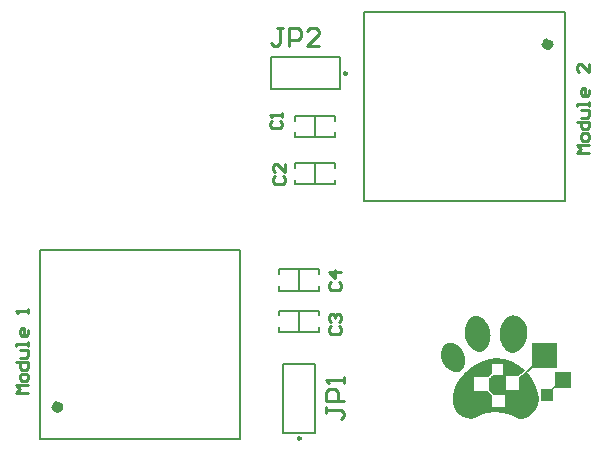
<source format=gto>
G04*
G04 #@! TF.GenerationSoftware,Altium Limited,Altium Designer,24.10.1 (45)*
G04*
G04 Layer_Color=65535*
%FSLAX44Y44*%
%MOMM*%
G71*
G04*
G04 #@! TF.SameCoordinates,18B26EA7-4F74-4CB2-AD54-755A6D8BF582*
G04*
G04*
G04 #@! TF.FilePolarity,Positive*
G04*
G01*
G75*
%ADD10C,0.2500*%
%ADD11C,0.8128*%
%ADD12C,0.2000*%
%ADD13C,0.1500*%
%ADD14C,0.2540*%
G36*
X674941Y329633D02*
X675674D01*
Y329511D01*
X676163D01*
Y329389D01*
X676529D01*
Y329267D01*
X676896D01*
Y329145D01*
X677263D01*
Y329022D01*
X677507D01*
Y328900D01*
X677751D01*
Y328778D01*
X677996D01*
Y328656D01*
X678240D01*
Y328534D01*
X678485D01*
Y328411D01*
X678607D01*
Y328289D01*
X678851D01*
Y328167D01*
X679096D01*
Y328045D01*
X679218D01*
Y327923D01*
X679340D01*
Y327800D01*
X679585D01*
Y327678D01*
X679707D01*
Y327556D01*
X679829D01*
Y327434D01*
X680073D01*
Y327312D01*
X680195D01*
Y327189D01*
X680318D01*
Y327067D01*
X680440D01*
Y326945D01*
X680562D01*
Y326823D01*
X680807D01*
Y326700D01*
X680929D01*
Y326578D01*
X681051D01*
Y326456D01*
X681173D01*
Y326334D01*
X681295D01*
Y326212D01*
X681418D01*
Y326089D01*
X681540D01*
Y325967D01*
X681662D01*
Y325845D01*
X681784D01*
Y325723D01*
X681906D01*
Y325601D01*
X682029D01*
Y325356D01*
X682151D01*
Y325234D01*
X682273D01*
Y325112D01*
X682395D01*
Y324990D01*
X682517D01*
Y324867D01*
X682640D01*
Y324745D01*
X682762D01*
Y324501D01*
X682884D01*
Y324379D01*
X683006D01*
Y324256D01*
X683129D01*
Y324012D01*
X683251D01*
Y323890D01*
X683373D01*
Y323767D01*
X683495D01*
Y323523D01*
X683617D01*
Y323401D01*
X683739D01*
Y323156D01*
X683862D01*
Y323034D01*
X683984D01*
Y322790D01*
X684106D01*
Y322668D01*
X684228D01*
Y322423D01*
X684351D01*
Y322179D01*
X684473D01*
Y321934D01*
X684595D01*
Y321812D01*
X684717D01*
Y321568D01*
X684839D01*
Y321323D01*
X684962D01*
Y321079D01*
X685084D01*
Y320835D01*
X685206D01*
Y320590D01*
X685328D01*
Y320224D01*
X685450D01*
Y319979D01*
X685573D01*
Y319735D01*
X685695D01*
Y319368D01*
X685817D01*
Y319001D01*
X685939D01*
Y318635D01*
X686061D01*
Y318268D01*
X686184D01*
Y317901D01*
X686306D01*
Y317413D01*
X686428D01*
Y316924D01*
X686550D01*
Y316191D01*
X686673D01*
Y315457D01*
X686795D01*
Y313624D01*
X686917D01*
Y312769D01*
X686795D01*
Y310936D01*
X686673D01*
Y310080D01*
X686550D01*
Y309347D01*
X686428D01*
Y308858D01*
X686306D01*
Y308247D01*
X686184D01*
Y307881D01*
X686061D01*
Y307392D01*
X685939D01*
Y307025D01*
X685817D01*
Y306658D01*
X685695D01*
Y306292D01*
X685573D01*
Y305925D01*
X685450D01*
Y305681D01*
X685328D01*
Y305436D01*
X685206D01*
Y305070D01*
X685084D01*
Y304825D01*
X684962D01*
Y304581D01*
X684839D01*
Y304337D01*
X684717D01*
Y304092D01*
X684595D01*
Y303848D01*
X684473D01*
Y303726D01*
X684351D01*
Y303481D01*
X684228D01*
Y303237D01*
X684106D01*
Y303114D01*
X683984D01*
Y302870D01*
X683862D01*
Y302748D01*
X683739D01*
Y302626D01*
X683617D01*
Y302381D01*
X683495D01*
Y302259D01*
X683373D01*
Y302137D01*
X683251D01*
Y302015D01*
X683129D01*
Y301770D01*
X683006D01*
Y301648D01*
X682884D01*
Y301526D01*
X682762D01*
Y301404D01*
X682640D01*
Y301281D01*
X682517D01*
Y301159D01*
X682395D01*
Y301037D01*
X682273D01*
Y300915D01*
X682151D01*
Y300793D01*
X681906D01*
Y300670D01*
X681784D01*
Y300548D01*
X681662D01*
Y300426D01*
X681418D01*
Y300304D01*
X681295D01*
Y300182D01*
X681051D01*
Y300059D01*
X680929D01*
Y299937D01*
X680684D01*
Y299815D01*
X680440D01*
Y299693D01*
X680195D01*
Y299571D01*
X679829D01*
Y299448D01*
X679462D01*
Y299326D01*
X679096D01*
Y299204D01*
X678362D01*
Y299082D01*
X676774D01*
Y299204D01*
X676040D01*
Y299326D01*
X675552D01*
Y299448D01*
X675185D01*
Y299571D01*
X674818D01*
Y299693D01*
X674574D01*
Y299815D01*
X674330D01*
Y299937D01*
X673963D01*
Y300059D01*
X673719D01*
Y300182D01*
X673596D01*
Y300304D01*
X673352D01*
Y300426D01*
X673108D01*
Y300548D01*
X672863D01*
Y300670D01*
X672741D01*
Y300793D01*
X672496D01*
Y300915D01*
X672374D01*
Y301037D01*
X672252D01*
Y301159D01*
X672008D01*
Y301281D01*
X671886D01*
Y301404D01*
X671763D01*
Y301526D01*
X671519D01*
Y301648D01*
X671397D01*
Y301770D01*
X671274D01*
Y301893D01*
X671152D01*
Y302015D01*
X671030D01*
Y302137D01*
X670908D01*
Y302259D01*
X670663D01*
Y302381D01*
X670541D01*
Y302504D01*
X670419D01*
Y302626D01*
X670297D01*
Y302748D01*
X670175D01*
Y302870D01*
X670052D01*
Y302992D01*
X669930D01*
Y303114D01*
X669808D01*
Y303359D01*
X669686D01*
Y303481D01*
X669564D01*
Y303603D01*
X669441D01*
Y303726D01*
X669319D01*
Y303848D01*
X669197D01*
Y303970D01*
X669075D01*
Y304214D01*
X668952D01*
Y304337D01*
X668830D01*
Y304459D01*
X668708D01*
Y304581D01*
X668586D01*
Y304825D01*
X668464D01*
Y304948D01*
X668342D01*
Y305070D01*
X668219D01*
Y305314D01*
X668097D01*
Y305436D01*
X667975D01*
Y305681D01*
X667853D01*
Y305803D01*
X667730D01*
Y306047D01*
X667608D01*
Y306170D01*
X667486D01*
Y306414D01*
X667364D01*
Y306658D01*
X667242D01*
Y306903D01*
X667119D01*
Y307025D01*
X666997D01*
Y307269D01*
X666875D01*
Y307514D01*
X666753D01*
Y307758D01*
X666631D01*
Y308003D01*
X666508D01*
Y308247D01*
X666386D01*
Y308614D01*
X666264D01*
Y308858D01*
X666142D01*
Y309225D01*
X666020D01*
Y309592D01*
X665897D01*
Y309958D01*
X665775D01*
Y310325D01*
X665653D01*
Y310814D01*
X665531D01*
Y311302D01*
X665408D01*
Y311913D01*
X665286D01*
Y312647D01*
X665164D01*
Y313624D01*
X665042D01*
Y316802D01*
X665164D01*
Y317901D01*
X665286D01*
Y318757D01*
X665408D01*
Y319368D01*
X665531D01*
Y319857D01*
X665653D01*
Y320346D01*
X665775D01*
Y320835D01*
X665897D01*
Y321201D01*
X666020D01*
Y321690D01*
X666142D01*
Y321934D01*
X666264D01*
Y322301D01*
X666386D01*
Y322668D01*
X666508D01*
Y322912D01*
X666631D01*
Y323279D01*
X666753D01*
Y323523D01*
X666875D01*
Y323767D01*
X666997D01*
Y324012D01*
X667119D01*
Y324256D01*
X667242D01*
Y324501D01*
X667364D01*
Y324745D01*
X667486D01*
Y324990D01*
X667608D01*
Y325112D01*
X667730D01*
Y325356D01*
X667853D01*
Y325478D01*
X667975D01*
Y325723D01*
X668097D01*
Y325845D01*
X668219D01*
Y326089D01*
X668342D01*
Y326212D01*
X668464D01*
Y326456D01*
X668586D01*
Y326578D01*
X668708D01*
Y326700D01*
X668830D01*
Y326823D01*
X668952D01*
Y326945D01*
X669075D01*
Y327067D01*
X669197D01*
Y327312D01*
X669319D01*
Y327434D01*
X669441D01*
Y327556D01*
X669564D01*
Y327678D01*
X669686D01*
Y327800D01*
X669930D01*
Y327923D01*
X670052D01*
Y328045D01*
X670175D01*
Y328167D01*
X670297D01*
Y328289D01*
X670419D01*
Y328411D01*
X670663D01*
Y328534D01*
X670786D01*
Y328656D01*
X671030D01*
Y328778D01*
X671152D01*
Y328900D01*
X671397D01*
Y329022D01*
X671641D01*
Y329145D01*
X671886D01*
Y329267D01*
X672252D01*
Y329389D01*
X672619D01*
Y329511D01*
X672985D01*
Y329633D01*
X673719D01*
Y329756D01*
X674941D01*
Y329633D01*
D02*
G37*
G36*
X707081Y329878D02*
X707814D01*
Y329756D01*
X708303D01*
Y329633D01*
X708792D01*
Y329511D01*
X709158D01*
Y329389D01*
X709403D01*
Y329267D01*
X709770D01*
Y329145D01*
X710014D01*
Y329022D01*
X710258D01*
Y328900D01*
X710503D01*
Y328778D01*
X710747D01*
Y328656D01*
X710992D01*
Y328534D01*
X711114D01*
Y328411D01*
X711358D01*
Y328289D01*
X711603D01*
Y328167D01*
X711725D01*
Y328045D01*
X711847D01*
Y327923D01*
X712092D01*
Y327800D01*
X712214D01*
Y327678D01*
X712336D01*
Y327556D01*
X712580D01*
Y327434D01*
X712702D01*
Y327312D01*
X712825D01*
Y327189D01*
X712947D01*
Y327067D01*
X713069D01*
Y326945D01*
X713191D01*
Y326823D01*
X713314D01*
Y326700D01*
X713558D01*
Y326578D01*
X713680D01*
Y326456D01*
X713802D01*
Y326334D01*
X713925D01*
Y326089D01*
X714047D01*
Y325967D01*
X714169D01*
Y325845D01*
X714291D01*
Y325723D01*
X714413D01*
Y325601D01*
X714536D01*
Y325478D01*
X714658D01*
Y325356D01*
X714780D01*
Y325112D01*
X714902D01*
Y324990D01*
X715024D01*
Y324867D01*
X715147D01*
Y324745D01*
X715269D01*
Y324501D01*
X715391D01*
Y324379D01*
X715513D01*
Y324134D01*
X715636D01*
Y324012D01*
X715758D01*
Y323767D01*
X715880D01*
Y323645D01*
X716002D01*
Y323401D01*
X716124D01*
Y323279D01*
X716246D01*
Y323034D01*
X716369D01*
Y322790D01*
X716491D01*
Y322545D01*
X716613D01*
Y322301D01*
X716735D01*
Y322057D01*
X716858D01*
Y321812D01*
X716980D01*
Y321446D01*
X717102D01*
Y321201D01*
X717224D01*
Y320835D01*
X717346D01*
Y320468D01*
X717469D01*
Y320101D01*
X717591D01*
Y319612D01*
X717713D01*
Y319001D01*
X717835D01*
Y318146D01*
X717957D01*
Y314235D01*
X717835D01*
Y313013D01*
X717713D01*
Y311913D01*
X717591D01*
Y311180D01*
X717469D01*
Y310447D01*
X717346D01*
Y309958D01*
X717224D01*
Y309469D01*
X717102D01*
Y308981D01*
X716980D01*
Y308614D01*
X716858D01*
Y308247D01*
X716735D01*
Y307881D01*
X716613D01*
Y307514D01*
X716491D01*
Y307269D01*
X716369D01*
Y306903D01*
X716246D01*
Y306658D01*
X716124D01*
Y306414D01*
X716002D01*
Y306170D01*
X715880D01*
Y305925D01*
X715758D01*
Y305681D01*
X715636D01*
Y305436D01*
X715513D01*
Y305192D01*
X715391D01*
Y305070D01*
X715269D01*
Y304825D01*
X715147D01*
Y304703D01*
X715024D01*
Y304459D01*
X714902D01*
Y304337D01*
X714780D01*
Y304092D01*
X714658D01*
Y303970D01*
X714536D01*
Y303848D01*
X714413D01*
Y303603D01*
X714291D01*
Y303481D01*
X714169D01*
Y303359D01*
X714047D01*
Y303237D01*
X713925D01*
Y303114D01*
X713802D01*
Y302870D01*
X713680D01*
Y302748D01*
X713558D01*
Y302626D01*
X713436D01*
Y302504D01*
X713314D01*
Y302381D01*
X713191D01*
Y302259D01*
X713069D01*
Y302137D01*
X712947D01*
Y302015D01*
X712825D01*
Y301893D01*
X712580D01*
Y301770D01*
X712458D01*
Y301648D01*
X712336D01*
Y301526D01*
X712214D01*
Y301404D01*
X712092D01*
Y301281D01*
X711969D01*
Y301159D01*
X711847D01*
Y301037D01*
X711603D01*
Y300915D01*
X711480D01*
Y300793D01*
X711358D01*
Y300670D01*
X711236D01*
Y300548D01*
X710992D01*
Y300426D01*
X710869D01*
Y300304D01*
X710747D01*
Y300182D01*
X710503D01*
Y300059D01*
X710381D01*
Y299937D01*
X710136D01*
Y299815D01*
X709892D01*
Y299693D01*
X709770D01*
Y299571D01*
X709525D01*
Y299448D01*
X709281D01*
Y299326D01*
X709036D01*
Y299204D01*
X708792D01*
Y299082D01*
X708548D01*
Y298960D01*
X708181D01*
Y298837D01*
X707936D01*
Y298715D01*
X707570D01*
Y298593D01*
X707081D01*
Y298471D01*
X706470D01*
Y298349D01*
X704148D01*
Y298471D01*
X703659D01*
Y298593D01*
X703293D01*
Y298715D01*
X702926D01*
Y298837D01*
X702559D01*
Y298960D01*
X702315D01*
Y299082D01*
X702070D01*
Y299204D01*
X701826D01*
Y299326D01*
X701582D01*
Y299448D01*
X701460D01*
Y299571D01*
X701215D01*
Y299693D01*
X701093D01*
Y299815D01*
X700848D01*
Y299937D01*
X700726D01*
Y300059D01*
X700604D01*
Y300182D01*
X700482D01*
Y300304D01*
X700237D01*
Y300426D01*
X700115D01*
Y300548D01*
X699993D01*
Y300670D01*
X699871D01*
Y300793D01*
X699749D01*
Y300915D01*
X699626D01*
Y301037D01*
X699504D01*
Y301159D01*
X699382D01*
Y301281D01*
X699260D01*
Y301404D01*
X699138D01*
Y301526D01*
X699015D01*
Y301648D01*
X698893D01*
Y301770D01*
X698771D01*
Y302015D01*
X698649D01*
Y302137D01*
X698527D01*
Y302259D01*
X698404D01*
Y302381D01*
X698282D01*
Y302626D01*
X698160D01*
Y302748D01*
X698038D01*
Y302870D01*
X697915D01*
Y303114D01*
X697793D01*
Y303237D01*
X697671D01*
Y303481D01*
X697549D01*
Y303726D01*
X697427D01*
Y303848D01*
X697305D01*
Y304092D01*
X697182D01*
Y304337D01*
X697060D01*
Y304459D01*
X696938D01*
Y304703D01*
X696816D01*
Y304948D01*
X696693D01*
Y305192D01*
X696571D01*
Y305436D01*
X696449D01*
Y305681D01*
X696327D01*
Y305925D01*
X696205D01*
Y306292D01*
X696082D01*
Y306536D01*
X695960D01*
Y306903D01*
X695838D01*
Y307147D01*
X695716D01*
Y307514D01*
X695594D01*
Y307881D01*
X695471D01*
Y308247D01*
X695349D01*
Y308736D01*
X695227D01*
Y309103D01*
X695105D01*
Y309592D01*
X694983D01*
Y310203D01*
X694860D01*
Y310814D01*
X694738D01*
Y311547D01*
X694616D01*
Y312647D01*
X694494D01*
Y315580D01*
X694616D01*
Y316679D01*
X694738D01*
Y317413D01*
X694860D01*
Y317901D01*
X694983D01*
Y318513D01*
X695105D01*
Y318879D01*
X695227D01*
Y319368D01*
X695349D01*
Y319735D01*
X695471D01*
Y320101D01*
X695594D01*
Y320224D01*
Y320468D01*
X695716D01*
Y320835D01*
X695838D01*
Y321079D01*
X695960D01*
Y321446D01*
X696082D01*
Y321690D01*
X696205D01*
Y321934D01*
X696327D01*
Y322179D01*
X696449D01*
Y322423D01*
X696571D01*
Y322790D01*
X696693D01*
Y322912D01*
X696816D01*
Y323156D01*
X696938D01*
Y323401D01*
X697060D01*
Y323645D01*
X697182D01*
Y323890D01*
X697305D01*
Y324012D01*
X697427D01*
Y324256D01*
X697549D01*
Y324501D01*
X697671D01*
Y324623D01*
X697793D01*
Y324867D01*
X697915D01*
Y324990D01*
X698038D01*
Y325112D01*
X698160D01*
Y325356D01*
X698282D01*
Y325478D01*
X698404D01*
Y325601D01*
X698527D01*
Y325845D01*
X698649D01*
Y325967D01*
X698771D01*
Y326089D01*
X698893D01*
Y326212D01*
X699015D01*
Y326456D01*
X699138D01*
Y326578D01*
X699260D01*
Y326700D01*
X699382D01*
Y326823D01*
X699504D01*
Y326945D01*
X699626D01*
Y327067D01*
X699749D01*
Y327189D01*
X699871D01*
Y327312D01*
X699993D01*
Y327434D01*
X700115D01*
Y327556D01*
X700237D01*
Y327678D01*
X700482D01*
Y327800D01*
X700604D01*
Y327923D01*
X700726D01*
Y328045D01*
X700848D01*
Y328167D01*
X701093D01*
Y328289D01*
X701215D01*
Y328411D01*
X701460D01*
Y328534D01*
X701582D01*
Y328656D01*
X701826D01*
Y328778D01*
X701948D01*
Y328900D01*
X702193D01*
Y329022D01*
X702437D01*
Y329145D01*
X702682D01*
Y329267D01*
X702926D01*
Y329389D01*
X703293D01*
Y329511D01*
X703659D01*
Y329633D01*
X704026D01*
Y329756D01*
X704515D01*
Y329878D01*
X705370D01*
Y330000D01*
X707081D01*
Y329878D01*
D02*
G37*
G36*
X652821Y306903D02*
X654043D01*
Y306781D01*
X654654D01*
Y306658D01*
X655143D01*
Y306536D01*
X655510D01*
Y306414D01*
X655876D01*
Y306292D01*
X656121D01*
Y306170D01*
X656487D01*
Y306047D01*
X656732D01*
Y305925D01*
X656976D01*
Y305803D01*
X657221D01*
Y305681D01*
X657343D01*
Y305559D01*
X657587D01*
Y305436D01*
X657832D01*
Y305314D01*
X658076D01*
Y305192D01*
X658198D01*
Y305070D01*
X658443D01*
Y304948D01*
X658565D01*
Y304825D01*
X658687D01*
Y304703D01*
X658932D01*
Y304581D01*
X659054D01*
Y304459D01*
X659176D01*
Y304337D01*
X659420D01*
Y304214D01*
X659543D01*
Y304092D01*
X659665D01*
Y303970D01*
X659787D01*
Y303848D01*
X660031D01*
Y303726D01*
X660154D01*
Y303603D01*
X660276D01*
Y303481D01*
X660398D01*
Y303359D01*
X660520D01*
Y303237D01*
X660642D01*
Y303114D01*
X660765D01*
Y302992D01*
X660887D01*
Y302870D01*
X661009D01*
Y302748D01*
X661131D01*
Y302626D01*
X661254D01*
Y302504D01*
X661376D01*
Y302381D01*
X661498D01*
Y302259D01*
X661620D01*
Y302015D01*
X661742D01*
Y301893D01*
X661864D01*
Y301770D01*
X661987D01*
Y301648D01*
X662109D01*
Y301404D01*
X662231D01*
Y301281D01*
X662353D01*
Y301159D01*
X662476D01*
Y300915D01*
X662598D01*
Y300793D01*
X662720D01*
Y300670D01*
X662842D01*
Y300426D01*
X662964D01*
Y300182D01*
X663087D01*
Y300059D01*
X663209D01*
Y299815D01*
X663331D01*
Y299571D01*
X663453D01*
Y299326D01*
X663575D01*
Y299082D01*
X663698D01*
Y298837D01*
X663820D01*
Y298593D01*
X663942D01*
Y298349D01*
X664064D01*
Y297982D01*
X664186D01*
Y297615D01*
X664309D01*
Y297371D01*
X664431D01*
Y297004D01*
X664553D01*
Y296515D01*
X664675D01*
Y296149D01*
X664798D01*
Y295538D01*
X664920D01*
Y294927D01*
X665042D01*
Y294193D01*
X665164D01*
Y293094D01*
X665286D01*
Y290649D01*
X665164D01*
Y289550D01*
X665042D01*
Y288816D01*
X664920D01*
Y288328D01*
X664798D01*
Y287839D01*
X664675D01*
Y287350D01*
X664553D01*
Y286983D01*
X664431D01*
Y286739D01*
X664309D01*
Y286372D01*
X664186D01*
Y286128D01*
X664064D01*
Y285883D01*
X663942D01*
Y285639D01*
X663820D01*
Y285395D01*
X663698D01*
Y285150D01*
X663575D01*
Y285028D01*
X663453D01*
Y284783D01*
X663331D01*
Y284661D01*
X663209D01*
Y284417D01*
X663087D01*
Y284295D01*
X662964D01*
Y284172D01*
X662842D01*
Y284050D01*
X662720D01*
Y283928D01*
X662598D01*
Y283806D01*
X662476D01*
Y283684D01*
X662353D01*
Y283561D01*
X662231D01*
Y283439D01*
X662109D01*
Y283317D01*
X661987D01*
Y283195D01*
X661864D01*
Y283073D01*
X661620D01*
Y282950D01*
X661498D01*
Y282828D01*
X661254D01*
Y282706D01*
X661009D01*
Y282584D01*
X660765D01*
Y282462D01*
X660398D01*
Y282339D01*
X660154D01*
Y282217D01*
X659665D01*
Y282095D01*
X658932D01*
Y281973D01*
X657221D01*
Y282095D01*
X656487D01*
Y282217D01*
X655876D01*
Y282339D01*
X655510D01*
Y282462D01*
X655021D01*
Y282584D01*
X654654D01*
Y282706D01*
X654410D01*
Y282828D01*
X654043D01*
Y282950D01*
X653799D01*
Y283073D01*
X653555D01*
Y283195D01*
X653310D01*
Y283317D01*
X653066D01*
Y283439D01*
X652821D01*
Y283561D01*
X652577D01*
Y283684D01*
X652455D01*
Y283806D01*
X652210D01*
Y283928D01*
X651966D01*
Y284050D01*
X651844D01*
Y284172D01*
X651599D01*
Y284295D01*
X651477D01*
Y284417D01*
X651233D01*
Y284539D01*
X651110D01*
Y284661D01*
X650988D01*
Y284783D01*
X650744D01*
Y284906D01*
X650621D01*
Y285028D01*
X650499D01*
Y285150D01*
X650377D01*
Y285272D01*
X650133D01*
Y285395D01*
X650011D01*
Y285517D01*
X649888D01*
Y285639D01*
X649766D01*
Y285761D01*
X649644D01*
Y285883D01*
X649522D01*
Y286006D01*
X649399D01*
Y286128D01*
X649277D01*
Y286250D01*
X649155D01*
Y286372D01*
X649033D01*
Y286494D01*
X648911D01*
Y286617D01*
X648788D01*
Y286739D01*
X648666D01*
Y286861D01*
X648544D01*
Y286983D01*
X648422D01*
Y287105D01*
X648300D01*
Y287350D01*
X648177D01*
Y287472D01*
X648055D01*
Y287594D01*
X647933D01*
Y287717D01*
X647811D01*
Y287961D01*
X647689D01*
Y288083D01*
X647566D01*
Y288205D01*
X647444D01*
Y288450D01*
X647322D01*
Y288572D01*
X647200D01*
Y288816D01*
X647077D01*
Y288939D01*
X646955D01*
Y289183D01*
X646833D01*
Y289427D01*
X646711D01*
Y289550D01*
X646589D01*
Y289794D01*
X646467D01*
Y290038D01*
X646344D01*
Y290283D01*
X646222D01*
Y290527D01*
X646100D01*
Y290894D01*
X645978D01*
Y291138D01*
X645855D01*
Y291505D01*
X645733D01*
Y291871D01*
X645611D01*
Y292238D01*
X645489D01*
Y292727D01*
X645367D01*
Y293216D01*
X645244D01*
Y293827D01*
X645122D01*
Y294682D01*
X645000D01*
Y297982D01*
X645122D01*
Y298960D01*
X645244D01*
Y299571D01*
X645367D01*
Y300059D01*
X645489D01*
Y300548D01*
X645611D01*
Y300915D01*
X645733D01*
Y301281D01*
X645855D01*
Y301648D01*
X645978D01*
Y301893D01*
X646100D01*
Y302259D01*
X646222D01*
Y302504D01*
X646344D01*
Y302748D01*
X646467D01*
Y302992D01*
X646589D01*
Y303114D01*
X646711D01*
Y303359D01*
X646833D01*
Y303603D01*
X646955D01*
Y303726D01*
X647077D01*
Y303970D01*
X647200D01*
Y304092D01*
X647322D01*
Y304214D01*
X647444D01*
Y304459D01*
X647566D01*
Y304581D01*
X647689D01*
Y304703D01*
X647811D01*
Y304825D01*
X647933D01*
Y304948D01*
X648055D01*
Y305070D01*
X648177D01*
Y305192D01*
X648300D01*
Y305314D01*
X648422D01*
Y305436D01*
X648544D01*
Y305559D01*
X648788D01*
Y305681D01*
X648911D01*
Y305803D01*
X649155D01*
Y305925D01*
X649277D01*
Y306047D01*
X649522D01*
Y306170D01*
X649766D01*
Y306292D01*
X650011D01*
Y306414D01*
X650255D01*
Y306536D01*
X650621D01*
Y306658D01*
X650988D01*
Y306781D01*
X651477D01*
Y306903D01*
X652699D01*
Y307025D01*
X652821D01*
Y306903D01*
D02*
G37*
G36*
X743254Y285272D02*
X721990D01*
Y285150D01*
X721868D01*
Y285028D01*
X721746D01*
Y284906D01*
X721624D01*
Y284783D01*
X721379D01*
Y284661D01*
X721257D01*
Y284539D01*
X721135D01*
Y284417D01*
X721013D01*
Y284295D01*
X720890D01*
Y284172D01*
X720768D01*
Y284050D01*
X720646D01*
Y283928D01*
X720524D01*
Y283806D01*
X720402D01*
Y283684D01*
X720279D01*
Y283561D01*
X720157D01*
Y283439D01*
X720035D01*
Y283317D01*
X719913D01*
Y283195D01*
X719668D01*
Y283073D01*
X719546D01*
Y282950D01*
X719424D01*
Y282828D01*
X719302D01*
Y282706D01*
X719180D01*
Y282584D01*
X719057D01*
Y282462D01*
X718935D01*
Y282339D01*
X718813D01*
Y282217D01*
X718691D01*
Y282095D01*
X718568D01*
Y281973D01*
X718446D01*
Y281851D01*
X718324D01*
Y281728D01*
X718080D01*
Y281606D01*
X717957D01*
Y281362D01*
X718080D01*
Y281117D01*
X718202D01*
Y280995D01*
X718324D01*
Y280873D01*
X718446D01*
Y280751D01*
X718568D01*
Y280629D01*
X718691D01*
Y280506D01*
X718813D01*
Y280384D01*
X718935D01*
Y280140D01*
X719057D01*
Y280017D01*
X719180D01*
Y279895D01*
X719302D01*
Y279773D01*
X719424D01*
Y279529D01*
X719546D01*
Y279406D01*
X719668D01*
Y279284D01*
X719790D01*
Y279162D01*
X719913D01*
Y278918D01*
X720035D01*
Y278795D01*
X720157D01*
Y278673D01*
X720279D01*
Y278429D01*
X720402D01*
Y278307D01*
X720524D01*
Y278184D01*
X720646D01*
Y277940D01*
X720768D01*
Y277818D01*
X720890D01*
Y277573D01*
X721013D01*
Y277451D01*
X721135D01*
Y277207D01*
X721257D01*
Y277085D01*
X721379D01*
Y276840D01*
X721501D01*
Y276718D01*
X721624D01*
Y276474D01*
X721746D01*
Y276351D01*
X721868D01*
Y276107D01*
X721990D01*
Y275985D01*
X722112D01*
Y275740D01*
X722235D01*
Y275496D01*
X722357D01*
Y275374D01*
X722479D01*
Y275129D01*
X722601D01*
Y274885D01*
X722723D01*
Y274640D01*
X722846D01*
Y274518D01*
X722968D01*
Y274274D01*
X723090D01*
Y274029D01*
X723212D01*
Y273785D01*
X723335D01*
Y273540D01*
X723457D01*
Y273296D01*
X723579D01*
Y273052D01*
X723701D01*
Y272807D01*
X723823D01*
Y272563D01*
X723945D01*
Y272318D01*
X724068D01*
Y272074D01*
X724190D01*
Y271707D01*
X724312D01*
Y271463D01*
X724434D01*
Y271219D01*
X724557D01*
Y270852D01*
X724679D01*
Y270607D01*
X724801D01*
Y270241D01*
X724923D01*
Y269996D01*
X725045D01*
Y269630D01*
X725168D01*
Y269386D01*
X725290D01*
Y269019D01*
X725412D01*
Y268774D01*
X725534D01*
Y268408D01*
X725656D01*
Y268041D01*
X725779D01*
Y267797D01*
X725901D01*
Y267430D01*
X726023D01*
Y267064D01*
X726145D01*
Y266697D01*
X726267D01*
Y266330D01*
X726390D01*
Y265964D01*
X726512D01*
Y265475D01*
X726634D01*
Y265108D01*
X726756D01*
Y264619D01*
X726879D01*
Y264131D01*
X727001D01*
Y263519D01*
X727123D01*
Y263031D01*
X727245D01*
Y262297D01*
X727367D01*
Y261442D01*
X727489D01*
Y260098D01*
X727612D01*
Y257898D01*
X727489D01*
Y256676D01*
X727367D01*
Y255943D01*
X727245D01*
Y255332D01*
X727123D01*
Y254843D01*
X727001D01*
Y254354D01*
X726879D01*
Y253987D01*
X726756D01*
Y253621D01*
X726634D01*
Y253254D01*
X726512D01*
Y253010D01*
X726390D01*
Y252643D01*
X726267D01*
Y252399D01*
X726145D01*
Y252154D01*
X726023D01*
Y251910D01*
X725901D01*
Y251665D01*
X725779D01*
Y251421D01*
X725656D01*
Y251177D01*
X725534D01*
Y250932D01*
X725412D01*
Y250688D01*
X725290D01*
Y250566D01*
X725168D01*
Y250321D01*
X725045D01*
Y250199D01*
X724923D01*
Y249955D01*
X724801D01*
Y249832D01*
X724679D01*
Y249588D01*
X724557D01*
Y249466D01*
X724434D01*
Y249221D01*
X724312D01*
Y249099D01*
X724190D01*
Y248977D01*
X724068D01*
Y248732D01*
X723945D01*
Y248610D01*
X723823D01*
Y248488D01*
X723701D01*
Y248366D01*
X723579D01*
Y248244D01*
X723457D01*
Y247999D01*
X723335D01*
Y247877D01*
X723212D01*
Y247755D01*
X723090D01*
Y247633D01*
X722968D01*
Y247511D01*
X722846D01*
Y247388D01*
X722723D01*
Y247266D01*
X722601D01*
Y247144D01*
X722479D01*
Y247022D01*
X722357D01*
Y246899D01*
X722235D01*
Y246777D01*
X722112D01*
Y246655D01*
X721990D01*
Y246533D01*
X721868D01*
Y246411D01*
X721746D01*
Y246288D01*
X721624D01*
Y246166D01*
X721379D01*
Y246044D01*
X721257D01*
Y245922D01*
X721135D01*
Y245800D01*
X721013D01*
Y245677D01*
X720768D01*
Y245555D01*
X720646D01*
Y245433D01*
X720524D01*
Y245311D01*
X720279D01*
Y245189D01*
X720157D01*
Y245066D01*
X720035D01*
Y244944D01*
X719790D01*
Y244822D01*
X719668D01*
Y244700D01*
X719424D01*
Y244578D01*
X719180D01*
Y244455D01*
X719057D01*
Y244333D01*
X718813D01*
Y244211D01*
X718568D01*
Y244089D01*
X718324D01*
Y243967D01*
X718080D01*
Y243844D01*
X717835D01*
Y243722D01*
X717591D01*
Y243600D01*
X717346D01*
Y243478D01*
X716980D01*
Y243355D01*
X716735D01*
Y243233D01*
X716369D01*
Y243111D01*
X716002D01*
Y242989D01*
X715513D01*
Y242867D01*
X715024D01*
Y242744D01*
X714413D01*
Y242622D01*
X713558D01*
Y242500D01*
X711480D01*
Y242622D01*
X710747D01*
Y242744D01*
X710258D01*
Y242867D01*
X709892D01*
Y242989D01*
X709525D01*
Y243111D01*
X709281D01*
Y243233D01*
X708914D01*
Y243355D01*
X708670D01*
Y243478D01*
X708425D01*
Y243600D01*
X708181D01*
Y243722D01*
X707814D01*
Y243844D01*
X707570D01*
Y243967D01*
X707325D01*
Y244089D01*
X707081D01*
Y244211D01*
X706837D01*
Y244333D01*
X706592D01*
Y244455D01*
X706348D01*
Y244578D01*
X706103D01*
Y244700D01*
X705859D01*
Y244822D01*
X705614D01*
Y244944D01*
X705370D01*
Y245066D01*
X705004D01*
Y245189D01*
X704759D01*
Y245311D01*
X704515D01*
Y245433D01*
X704148D01*
Y245555D01*
X703904D01*
Y245677D01*
X703537D01*
Y245800D01*
X703170D01*
Y245922D01*
X702926D01*
Y246044D01*
X702559D01*
Y246166D01*
X702070D01*
Y246288D01*
X701704D01*
Y246411D01*
X701337D01*
Y246533D01*
X700848D01*
Y246655D01*
X700360D01*
Y246777D01*
X699871D01*
Y246899D01*
X699260D01*
Y247022D01*
X698771D01*
Y247144D01*
X698160D01*
Y247266D01*
X697549D01*
Y247388D01*
X696816D01*
Y247511D01*
X696082D01*
Y247633D01*
X695227D01*
Y247755D01*
X694127D01*
Y247877D01*
X692661D01*
Y247999D01*
X688383D01*
Y247877D01*
X686917D01*
Y247755D01*
X685939D01*
Y247633D01*
X685084D01*
Y247511D01*
X684473D01*
Y247388D01*
X683862D01*
Y247266D01*
X683251D01*
Y247144D01*
X682762D01*
Y247022D01*
X682273D01*
Y246899D01*
X681906D01*
Y246777D01*
X681418D01*
Y246655D01*
X681051D01*
Y246533D01*
X680684D01*
Y246411D01*
X680318D01*
Y246288D01*
X680073D01*
Y246166D01*
X679707D01*
Y246044D01*
X679462D01*
Y245922D01*
X679096D01*
Y245800D01*
X678851D01*
Y245677D01*
X678607D01*
Y245555D01*
X678240D01*
Y245433D01*
X677996D01*
Y245311D01*
X677751D01*
Y245189D01*
X677507D01*
Y245066D01*
X677263D01*
Y244944D01*
X677018D01*
Y244822D01*
X676774D01*
Y244700D01*
X676652D01*
Y244578D01*
X676407D01*
Y244455D01*
X676163D01*
Y244333D01*
X675918D01*
Y244211D01*
X675674D01*
Y244089D01*
X675430D01*
Y243967D01*
X675185D01*
Y243844D01*
X674941D01*
Y243722D01*
X674696D01*
Y243600D01*
X674330D01*
Y243478D01*
X674085D01*
Y243355D01*
X673719D01*
Y243233D01*
X673352D01*
Y243111D01*
X672863D01*
Y242989D01*
X672374D01*
Y242867D01*
X671641D01*
Y242744D01*
X668708D01*
Y242867D01*
X667853D01*
Y242989D01*
X667119D01*
Y243111D01*
X666631D01*
Y243233D01*
X666142D01*
Y243355D01*
X665653D01*
Y243478D01*
X665286D01*
Y243600D01*
X664920D01*
Y243722D01*
X664553D01*
Y243844D01*
X664186D01*
Y243967D01*
X663942D01*
Y244089D01*
X663575D01*
Y244211D01*
X663331D01*
Y244333D01*
X663087D01*
Y244455D01*
X662842D01*
Y244578D01*
X662598D01*
Y244700D01*
X662353D01*
Y244822D01*
X662109D01*
Y244944D01*
X661987D01*
Y245066D01*
X661742D01*
Y245189D01*
X661498D01*
Y245311D01*
X661376D01*
Y245433D01*
X661131D01*
Y245555D01*
X661009D01*
Y245677D01*
X660765D01*
Y245800D01*
X660642D01*
Y245922D01*
X660520D01*
Y246044D01*
X660276D01*
Y246166D01*
X660154D01*
Y246288D01*
X660031D01*
Y246411D01*
X659909D01*
Y246533D01*
X659787D01*
Y246655D01*
X659665D01*
Y246777D01*
X659420D01*
Y246899D01*
X659298D01*
Y247022D01*
X659176D01*
Y247144D01*
X659054D01*
Y247266D01*
X658932D01*
Y247388D01*
X658809D01*
Y247633D01*
X658687D01*
Y247755D01*
X658565D01*
Y247877D01*
X658443D01*
Y247999D01*
X658320D01*
Y248121D01*
X658198D01*
Y248244D01*
X658076D01*
Y248488D01*
X657954D01*
Y248610D01*
X657832D01*
Y248732D01*
X657710D01*
Y248977D01*
X657587D01*
Y249099D01*
X657465D01*
Y249344D01*
X657343D01*
Y249466D01*
X657221D01*
Y249710D01*
X657098D01*
Y249832D01*
X656976D01*
Y250077D01*
X656854D01*
Y250321D01*
X656732D01*
Y250566D01*
X656610D01*
Y250810D01*
X656487D01*
Y251054D01*
X656365D01*
Y251299D01*
X656243D01*
Y251665D01*
X656121D01*
Y251910D01*
X655999D01*
Y252276D01*
X655876D01*
Y252643D01*
X655754D01*
Y253010D01*
X655632D01*
Y253376D01*
X655510D01*
Y253865D01*
X655388D01*
Y254354D01*
X655265D01*
Y254965D01*
X655143D01*
Y255698D01*
X655021D01*
Y256676D01*
X654899D01*
Y260953D01*
X655021D01*
Y262175D01*
X655143D01*
Y263031D01*
X655265D01*
Y263764D01*
X655388D01*
Y264497D01*
X655510D01*
Y265108D01*
X655632D01*
Y265719D01*
X655754D01*
Y266208D01*
X655876D01*
Y266697D01*
X655999D01*
Y267064D01*
X656121D01*
Y267430D01*
X656243D01*
Y267919D01*
X656365D01*
Y268163D01*
X656487D01*
Y268530D01*
X656610D01*
Y268897D01*
X656732D01*
Y269263D01*
X656854D01*
Y269508D01*
X656976D01*
Y269752D01*
X657098D01*
Y270119D01*
X657221D01*
Y270363D01*
X657343D01*
Y270607D01*
X657465D01*
Y270852D01*
X657587D01*
Y271096D01*
X657710D01*
Y271341D01*
X657832D01*
Y271585D01*
X657954D01*
Y271830D01*
X658076D01*
Y272074D01*
X658198D01*
Y272318D01*
X658320D01*
Y272441D01*
X658443D01*
Y272685D01*
X658565D01*
Y272929D01*
X658687D01*
Y273174D01*
X658809D01*
Y273296D01*
X658932D01*
Y273540D01*
X659054D01*
Y273663D01*
X659176D01*
Y273907D01*
X659298D01*
Y274029D01*
X659420D01*
Y274274D01*
X659543D01*
Y274396D01*
X659665D01*
Y274640D01*
X659787D01*
Y274763D01*
X659909D01*
Y275007D01*
X660031D01*
Y275129D01*
X660154D01*
Y275251D01*
X660276D01*
Y275496D01*
X660398D01*
Y275618D01*
X660520D01*
Y275862D01*
X660642D01*
Y275985D01*
X660765D01*
Y276107D01*
X660887D01*
Y276229D01*
X661009D01*
Y276474D01*
X661131D01*
Y276596D01*
X661254D01*
Y276718D01*
X661376D01*
Y276962D01*
X661498D01*
Y277085D01*
X661620D01*
Y277207D01*
X661742D01*
Y277329D01*
X661864D01*
Y277451D01*
X661987D01*
Y277696D01*
X662109D01*
Y277818D01*
X662231D01*
Y277940D01*
X662353D01*
Y278062D01*
X662476D01*
Y278184D01*
X662598D01*
Y278429D01*
X662720D01*
Y278551D01*
X662842D01*
Y278673D01*
X662964D01*
Y278795D01*
X663087D01*
Y278918D01*
X663209D01*
Y279162D01*
X663331D01*
Y279284D01*
X663453D01*
Y279406D01*
X663575D01*
Y279529D01*
X663698D01*
Y279651D01*
X663820D01*
Y279773D01*
X663942D01*
Y279895D01*
X664064D01*
Y280017D01*
X664186D01*
Y280262D01*
X664309D01*
Y280384D01*
X664431D01*
Y280506D01*
X664553D01*
Y280629D01*
X664675D01*
Y280751D01*
X664798D01*
Y280873D01*
X664920D01*
Y280995D01*
X665042D01*
Y281117D01*
X665164D01*
Y281239D01*
X665286D01*
Y281362D01*
X665408D01*
Y281484D01*
X665531D01*
Y281606D01*
X665653D01*
Y281728D01*
X665775D01*
Y281851D01*
X665897D01*
Y281973D01*
X666020D01*
Y282095D01*
X666142D01*
Y282217D01*
X666264D01*
Y282339D01*
X666386D01*
Y282462D01*
X666508D01*
Y282584D01*
X666631D01*
Y282706D01*
X666753D01*
Y282828D01*
X666875D01*
Y282950D01*
X667119D01*
Y283073D01*
X667242D01*
Y283195D01*
X667364D01*
Y283317D01*
X667486D01*
Y283439D01*
X667608D01*
Y283561D01*
X667730D01*
Y283684D01*
X667853D01*
Y283806D01*
X668097D01*
Y283928D01*
X668219D01*
Y284050D01*
X668342D01*
Y284172D01*
X668464D01*
Y284295D01*
X668586D01*
Y284417D01*
X668830D01*
Y284539D01*
X668952D01*
Y284661D01*
X669075D01*
Y284783D01*
X669197D01*
Y284906D01*
X669441D01*
Y285028D01*
X669564D01*
Y285150D01*
X669686D01*
Y285272D01*
X669930D01*
Y285395D01*
X670052D01*
Y285517D01*
X670175D01*
Y285639D01*
X670419D01*
Y285761D01*
X670541D01*
Y285883D01*
X670663D01*
Y286006D01*
X670908D01*
Y286128D01*
X671030D01*
Y286250D01*
X671274D01*
Y286372D01*
X671397D01*
Y286494D01*
X671519D01*
Y286617D01*
X671763D01*
Y286739D01*
X671886D01*
Y286861D01*
X672130D01*
Y286983D01*
X672252D01*
Y287105D01*
X672496D01*
Y287228D01*
X672741D01*
Y287350D01*
X672863D01*
Y287472D01*
X673108D01*
Y287594D01*
X673230D01*
Y287717D01*
X673474D01*
Y287839D01*
X673719D01*
Y287961D01*
X673841D01*
Y288083D01*
X674085D01*
Y288205D01*
X674330D01*
Y288328D01*
X674452D01*
Y288450D01*
X674696D01*
Y288572D01*
X674941D01*
Y288694D01*
X675185D01*
Y288816D01*
X675430D01*
Y288939D01*
X675674D01*
Y289061D01*
X675918D01*
Y289183D01*
X676040D01*
Y289305D01*
X676285D01*
Y289427D01*
X676529D01*
Y289550D01*
X676774D01*
Y289672D01*
X677018D01*
Y289794D01*
X677263D01*
Y289916D01*
X677507D01*
Y290038D01*
X677751D01*
Y290161D01*
X677996D01*
Y290283D01*
X678362D01*
Y290405D01*
X678607D01*
Y290527D01*
X678851D01*
Y290649D01*
X679096D01*
Y290772D01*
X679340D01*
Y290894D01*
X679707D01*
Y291016D01*
X679951D01*
Y291138D01*
X680195D01*
Y291261D01*
X680562D01*
Y291383D01*
X680807D01*
Y291505D01*
X681173D01*
Y291627D01*
X681418D01*
Y291749D01*
X681784D01*
Y291871D01*
X682151D01*
Y291994D01*
X682517D01*
Y292116D01*
X682884D01*
Y292238D01*
X683251D01*
Y292360D01*
X683617D01*
Y292482D01*
X684106D01*
Y292605D01*
X684473D01*
Y292727D01*
X684962D01*
Y292849D01*
X685450D01*
Y292971D01*
X686061D01*
Y293094D01*
X686673D01*
Y293216D01*
X687406D01*
Y293338D01*
X688139D01*
Y293460D01*
X689239D01*
Y293582D01*
X691072D01*
Y293705D01*
X693149D01*
Y293582D01*
X694983D01*
Y293460D01*
X696082D01*
Y293338D01*
X696816D01*
Y293216D01*
X697549D01*
Y293094D01*
X698160D01*
Y292971D01*
X698771D01*
Y292849D01*
X699260D01*
Y292727D01*
X699749D01*
Y292605D01*
X700237D01*
Y292482D01*
X700604D01*
Y292360D01*
X700971D01*
Y292238D01*
X701337D01*
Y292116D01*
X701826D01*
Y291994D01*
X702070D01*
Y291871D01*
X702437D01*
Y291749D01*
X702804D01*
Y291627D01*
X703170D01*
Y291505D01*
X703415D01*
Y291383D01*
X703781D01*
Y291261D01*
X704026D01*
Y291138D01*
X704392D01*
Y291016D01*
X704637D01*
Y290894D01*
X704881D01*
Y290772D01*
X705126D01*
Y290649D01*
X705492D01*
Y290527D01*
X705737D01*
Y290405D01*
X705981D01*
Y290283D01*
X706226D01*
Y290161D01*
X706470D01*
Y290038D01*
X706714D01*
Y289916D01*
X706959D01*
Y289794D01*
X707203D01*
Y289672D01*
X707325D01*
Y289550D01*
X707570D01*
Y289427D01*
X707814D01*
Y289305D01*
X708059D01*
Y289183D01*
X708303D01*
Y289061D01*
X708425D01*
Y288939D01*
X708670D01*
Y288816D01*
X708914D01*
Y288694D01*
X709036D01*
Y288572D01*
X709281D01*
Y288450D01*
X709525D01*
Y288328D01*
X709647D01*
Y288205D01*
X709892D01*
Y288083D01*
X710014D01*
Y287961D01*
X710258D01*
Y287839D01*
X710503D01*
Y287717D01*
X710625D01*
Y287594D01*
X710869D01*
Y287472D01*
X710992D01*
Y287350D01*
X711236D01*
Y287228D01*
X711358D01*
Y287105D01*
X711603D01*
Y286983D01*
X711725D01*
Y286861D01*
X711847D01*
Y286739D01*
X712092D01*
Y286617D01*
X712214D01*
Y286494D01*
X712336D01*
Y286372D01*
X712580D01*
Y286250D01*
X712702D01*
Y286128D01*
X712825D01*
Y286006D01*
X713069D01*
Y285883D01*
X713191D01*
Y285761D01*
X713314D01*
Y285639D01*
X713558D01*
Y285517D01*
X713680D01*
Y285395D01*
X713802D01*
Y285272D01*
X713925D01*
Y285150D01*
X714169D01*
Y285028D01*
X714291D01*
Y284906D01*
X714413D01*
Y284783D01*
X714536D01*
Y284661D01*
X714658D01*
Y284539D01*
X714780D01*
Y284417D01*
X714902D01*
Y284295D01*
X715147D01*
Y284172D01*
X715269D01*
Y284050D01*
X715391D01*
Y283928D01*
X715513D01*
Y283806D01*
X715636D01*
Y283684D01*
X715758D01*
Y283561D01*
X715880D01*
Y283439D01*
X716002D01*
Y283317D01*
X715880D01*
Y283195D01*
X715758D01*
Y283073D01*
X715636D01*
Y282950D01*
X715513D01*
Y282828D01*
X715391D01*
Y282706D01*
X715147D01*
Y282584D01*
X715024D01*
Y282462D01*
X714902D01*
Y282339D01*
X714780D01*
Y282217D01*
X714658D01*
Y282095D01*
X714536D01*
Y281973D01*
X714413D01*
Y281851D01*
X714291D01*
Y281728D01*
X714169D01*
Y281606D01*
X713925D01*
Y281484D01*
X713802D01*
Y281362D01*
X713680D01*
Y281239D01*
X713558D01*
Y281117D01*
X713436D01*
Y280995D01*
X713314D01*
Y280873D01*
X713191D01*
Y280751D01*
X713069D01*
Y280629D01*
X712947D01*
Y280506D01*
X712702D01*
Y280384D01*
X712580D01*
Y280262D01*
X712458D01*
Y280140D01*
X712336D01*
Y280017D01*
X712214D01*
Y279895D01*
X712092D01*
Y279773D01*
X711969D01*
Y279651D01*
X711847D01*
Y279529D01*
X711725D01*
Y279406D01*
X711480D01*
Y279284D01*
X711358D01*
Y279162D01*
X711236D01*
Y279040D01*
X711114D01*
Y278918D01*
X710992D01*
Y278795D01*
X710869D01*
Y278673D01*
X710747D01*
Y278551D01*
X710503D01*
Y278429D01*
X699626D01*
Y277573D01*
Y277451D01*
Y266941D01*
X699749D01*
Y266819D01*
X711358D01*
Y277696D01*
X711480D01*
Y277818D01*
X711603D01*
Y277940D01*
X711725D01*
Y278062D01*
X711847D01*
Y278184D01*
X711969D01*
Y278307D01*
X712092D01*
Y278429D01*
X712214D01*
Y278551D01*
X712336D01*
Y278673D01*
X712458D01*
Y278795D01*
X712702D01*
Y278918D01*
X712825D01*
Y279040D01*
X712947D01*
Y279162D01*
X713069D01*
Y279284D01*
X713191D01*
Y279406D01*
X713314D01*
Y279529D01*
X713436D01*
Y279651D01*
X713558D01*
Y279773D01*
X713680D01*
Y279895D01*
X713925D01*
Y280017D01*
X714047D01*
Y280140D01*
X714169D01*
Y280262D01*
X714291D01*
Y280384D01*
X714413D01*
Y280506D01*
X714536D01*
Y280629D01*
X714658D01*
Y280751D01*
X714780D01*
Y280873D01*
X714902D01*
Y280995D01*
X715024D01*
Y281117D01*
X715269D01*
Y281239D01*
X715391D01*
Y281362D01*
X715513D01*
Y281484D01*
X715636D01*
Y281606D01*
X715758D01*
Y281728D01*
X715880D01*
Y281851D01*
X716002D01*
Y281973D01*
X716124D01*
Y282095D01*
X716246D01*
Y282217D01*
X716369D01*
Y282339D01*
X716613D01*
Y282462D01*
X716735D01*
Y282584D01*
X716858D01*
Y282706D01*
X716980D01*
Y282828D01*
X717102D01*
Y282950D01*
X717224D01*
Y283073D01*
X717346D01*
Y283195D01*
X717469D01*
Y283317D01*
X717591D01*
Y283439D01*
X717713D01*
Y283561D01*
X717835D01*
Y283684D01*
X718080D01*
Y283806D01*
X718202D01*
Y283928D01*
X718324D01*
Y284050D01*
X718446D01*
Y284172D01*
X718568D01*
Y284295D01*
X718691D01*
Y284417D01*
X718813D01*
Y284539D01*
X718935D01*
Y284661D01*
X719057D01*
Y284783D01*
X719180D01*
Y284906D01*
X719302D01*
Y285028D01*
X719424D01*
Y285150D01*
X719668D01*
Y285272D01*
X719790D01*
Y285395D01*
X719913D01*
Y285517D01*
X720035D01*
Y285639D01*
X720157D01*
Y285761D01*
X720279D01*
Y285883D01*
X720402D01*
Y286006D01*
X720524D01*
Y286128D01*
X720646D01*
Y286250D01*
X720768D01*
Y286372D01*
X720890D01*
Y286494D01*
X721013D01*
Y286617D01*
X721135D01*
Y286739D01*
X721379D01*
Y286861D01*
X721501D01*
Y286983D01*
X721624D01*
Y287105D01*
X721746D01*
Y287228D01*
X721868D01*
Y306536D01*
X743254D01*
Y285272D01*
D02*
G37*
G36*
X754619Y281973D02*
X754742D01*
Y268897D01*
X741543D01*
Y268774D01*
X741421D01*
Y268652D01*
X741299D01*
Y268530D01*
X741177D01*
Y268408D01*
X741055D01*
Y268286D01*
X740932D01*
Y268163D01*
X740810D01*
Y268041D01*
X740566D01*
Y267919D01*
X740443D01*
Y267797D01*
X740321D01*
Y267675D01*
X740199D01*
Y267552D01*
X740077D01*
Y267430D01*
X739955D01*
Y267308D01*
X739832D01*
Y267186D01*
X739710D01*
Y267064D01*
X739588D01*
Y257776D01*
X729323D01*
Y267919D01*
X729445D01*
Y268041D01*
X738610D01*
Y268163D01*
X738733D01*
Y268286D01*
X738855D01*
Y268408D01*
X738977D01*
Y268530D01*
X739099D01*
Y268652D01*
X739221D01*
Y268774D01*
X739344D01*
Y268897D01*
X739466D01*
Y269019D01*
X739588D01*
Y269141D01*
X739710D01*
Y269263D01*
X739955D01*
Y269386D01*
X740077D01*
Y269508D01*
X740199D01*
Y269630D01*
X740321D01*
Y269752D01*
X740443D01*
Y269874D01*
X740566D01*
Y269996D01*
X740688D01*
Y270119D01*
X740810D01*
Y270241D01*
X740932D01*
Y270363D01*
X741055D01*
Y270485D01*
X741177D01*
Y270607D01*
X741299D01*
Y270730D01*
X741421D01*
Y281973D01*
X741543D01*
Y282095D01*
X754619D01*
Y281973D01*
D02*
G37*
%LPC*%
G36*
X697427Y288694D02*
X688506D01*
Y281239D01*
X688383D01*
Y281117D01*
X688261D01*
Y280995D01*
X688139D01*
Y280873D01*
X688017D01*
Y280751D01*
X687895D01*
Y280629D01*
X687772D01*
Y280506D01*
X687650D01*
Y280384D01*
X687528D01*
Y280262D01*
X687406D01*
Y280140D01*
X687283D01*
Y280017D01*
X687161D01*
Y279895D01*
X687039D01*
Y279773D01*
X686917D01*
Y279651D01*
X686795D01*
Y279529D01*
X686673D01*
Y279406D01*
X686550D01*
Y279284D01*
X686428D01*
Y279162D01*
X686184D01*
Y279040D01*
X686061D01*
Y278918D01*
X685939D01*
Y278795D01*
X685817D01*
Y278673D01*
X685695D01*
Y278551D01*
X685573D01*
Y278429D01*
X685450D01*
Y278307D01*
X685328D01*
Y278184D01*
X685206D01*
Y278062D01*
X685084D01*
Y277940D01*
X684962D01*
Y277818D01*
X684839D01*
Y277696D01*
X684717D01*
Y277573D01*
X673108D01*
Y265719D01*
X684839D01*
Y265597D01*
X685084D01*
Y265475D01*
X685206D01*
Y265353D01*
X685328D01*
Y265231D01*
X685450D01*
Y265108D01*
X685573D01*
Y264986D01*
X685695D01*
Y264864D01*
X685817D01*
Y264742D01*
X685939D01*
Y264619D01*
X686061D01*
Y264497D01*
X686184D01*
Y264375D01*
X686306D01*
Y264253D01*
X686428D01*
Y264131D01*
X686550D01*
Y264008D01*
X686673D01*
Y263886D01*
X686795D01*
Y263764D01*
X686917D01*
Y263642D01*
X687039D01*
Y263519D01*
X687161D01*
Y263397D01*
X687283D01*
Y263275D01*
X687406D01*
Y263153D01*
X687528D01*
Y263031D01*
X687650D01*
Y262908D01*
X687772D01*
Y262786D01*
X687895D01*
Y262664D01*
X688017D01*
Y262542D01*
X688139D01*
Y252643D01*
X688261D01*
Y252521D01*
X698771D01*
Y263031D01*
X688750D01*
Y263153D01*
X688628D01*
Y263275D01*
X688506D01*
Y263397D01*
X688383D01*
Y263519D01*
X688261D01*
Y263642D01*
X688139D01*
Y263764D01*
X688017D01*
Y263886D01*
X687895D01*
Y264008D01*
X687772D01*
Y264131D01*
X687650D01*
Y264253D01*
X687528D01*
Y264375D01*
X687406D01*
Y264497D01*
X687283D01*
Y264619D01*
X687161D01*
Y264742D01*
X687039D01*
Y264864D01*
X686917D01*
Y264986D01*
X686795D01*
Y265108D01*
X686673D01*
Y265231D01*
X686550D01*
Y265353D01*
X686428D01*
Y265475D01*
X686306D01*
Y265597D01*
X686184D01*
Y265719D01*
X686061D01*
Y265842D01*
X685939D01*
Y276718D01*
X686061D01*
Y276840D01*
X686306D01*
Y276962D01*
X686428D01*
Y277085D01*
X686550D01*
Y277207D01*
X686673D01*
Y277329D01*
X686795D01*
Y277451D01*
X686917D01*
Y277573D01*
X687039D01*
Y277696D01*
X687161D01*
Y277818D01*
X687283D01*
Y277940D01*
X687406D01*
Y278062D01*
X687528D01*
Y278184D01*
X687650D01*
Y278307D01*
X687772D01*
Y278429D01*
X687895D01*
Y278551D01*
X688017D01*
Y278673D01*
X688139D01*
Y278795D01*
X688261D01*
Y278918D01*
X688383D01*
Y279040D01*
X688628D01*
Y279162D01*
X688750D01*
Y279284D01*
X688872D01*
Y279406D01*
X688994D01*
Y279529D01*
X689117D01*
Y279651D01*
X689239D01*
Y279773D01*
X689361D01*
Y279895D01*
X697305D01*
Y280017D01*
X697427D01*
Y288694D01*
D02*
G37*
%LPD*%
D10*
X526250Y226000D02*
G03*
X526250Y226000I-1250J0D01*
G01*
X565250Y535000D02*
G03*
X565250Y535000I-1250J0D01*
G01*
D11*
X736000Y559580D02*
G03*
X736000Y559580I-1000J0D01*
G01*
X321000Y252420D02*
G03*
X321000Y252420I-1000J0D01*
G01*
D12*
X511500Y230850D02*
X538500D01*
Y289150D01*
X511500D02*
X538500D01*
X511500Y230850D02*
Y289150D01*
X559150Y521500D02*
Y548500D01*
X500850D02*
X559150D01*
X500850Y521500D02*
Y548500D01*
Y521500D02*
X559150D01*
X580000Y427000D02*
X750000D01*
X580000Y587000D02*
X750000D01*
Y427000D02*
Y587000D01*
X580000Y427000D02*
Y587000D01*
X475000Y225000D02*
Y385000D01*
X305000Y225000D02*
Y385000D01*
Y225000D02*
X475000D01*
X305000Y385000D02*
X475000D01*
D13*
X538000Y481000D02*
Y499000D01*
X521000Y481000D02*
Y485000D01*
Y481000D02*
X555000D01*
Y485000D01*
Y495000D02*
Y499000D01*
X521000D02*
X555000D01*
X521000Y495000D02*
Y499000D01*
X525000Y351000D02*
Y369000D01*
X542000Y365000D02*
Y369000D01*
X508000D02*
X542000D01*
X508000Y365000D02*
Y369000D01*
Y351000D02*
Y355000D01*
Y351000D02*
X542000D01*
Y355000D01*
X525000Y316000D02*
Y334000D01*
X542000Y330000D02*
Y334000D01*
X508000D02*
X542000D01*
X508000Y330000D02*
Y334000D01*
Y316000D02*
Y320000D01*
Y316000D02*
X542000D01*
Y320000D01*
X538000Y441000D02*
Y459000D01*
X521000Y441000D02*
Y445000D01*
Y441000D02*
X555000D01*
Y445000D01*
Y455000D02*
Y459000D01*
X521000D02*
X555000D01*
X521000Y455000D02*
Y459000D01*
D14*
X511299Y573527D02*
X506220D01*
X508759D01*
Y560831D01*
X506220Y558292D01*
X503681D01*
X501142Y560831D01*
X516377Y558292D02*
Y573527D01*
X523995D01*
X526534Y570988D01*
Y565910D01*
X523995Y563370D01*
X516377D01*
X541769Y558292D02*
X531612D01*
X541769Y568449D01*
Y570988D01*
X539230Y573527D01*
X534151D01*
X531612Y570988D01*
X547382Y252383D02*
Y247304D01*
Y249843D01*
X560078D01*
X562617Y247304D01*
Y244765D01*
X560078Y242226D01*
X562617Y257461D02*
X547382D01*
Y265078D01*
X549922Y267617D01*
X555000D01*
X557539Y265078D01*
Y257461D01*
X562617Y272696D02*
Y277774D01*
Y275235D01*
X547382D01*
X549922Y272696D01*
X769998Y467512D02*
X760002D01*
X763334Y470844D01*
X760002Y474177D01*
X769998D01*
Y479175D02*
Y482507D01*
X768332Y484173D01*
X765000D01*
X763334Y482507D01*
Y479175D01*
X765000Y477509D01*
X768332D01*
X769998Y479175D01*
X760002Y494170D02*
X769998D01*
Y489172D01*
X768332Y487506D01*
X765000D01*
X763334Y489172D01*
Y494170D01*
Y497502D02*
X768332D01*
X769998Y499169D01*
Y504167D01*
X763334D01*
X769998Y507499D02*
Y510831D01*
Y509165D01*
X760002D01*
Y507499D01*
X769998Y520828D02*
Y517496D01*
X768332Y515830D01*
X765000D01*
X763334Y517496D01*
Y520828D01*
X765000Y522494D01*
X766666D01*
Y515830D01*
X769998Y542488D02*
Y535823D01*
X763334Y542488D01*
X761668D01*
X760002Y540822D01*
Y537490D01*
X761668Y535823D01*
X294998Y264178D02*
X285002D01*
X288334Y267511D01*
X285002Y270843D01*
X294998D01*
Y275841D02*
Y279173D01*
X293332Y280840D01*
X290000D01*
X288334Y279173D01*
Y275841D01*
X290000Y274175D01*
X293332D01*
X294998Y275841D01*
X285002Y290836D02*
X294998D01*
Y285838D01*
X293332Y284172D01*
X290000D01*
X288334Y285838D01*
Y290836D01*
Y294169D02*
X293332D01*
X294998Y295835D01*
Y300833D01*
X288334D01*
X294998Y304165D02*
Y307498D01*
Y305832D01*
X285002D01*
Y304165D01*
X294998Y317494D02*
Y314162D01*
X293332Y312496D01*
X290000D01*
X288334Y314162D01*
Y317494D01*
X290000Y319160D01*
X291666D01*
Y312496D01*
X294998Y332490D02*
Y335822D01*
Y334156D01*
X285002D01*
X286668Y332490D01*
X551668Y358334D02*
X550002Y356668D01*
Y353335D01*
X551668Y351669D01*
X558332D01*
X559998Y353335D01*
Y356668D01*
X558332Y358334D01*
X559998Y366665D02*
X550002D01*
X555000Y361666D01*
Y368331D01*
X551668Y320834D02*
X550002Y319168D01*
Y315835D01*
X551668Y314169D01*
X558332D01*
X559998Y315835D01*
Y319168D01*
X558332Y320834D01*
X551668Y324166D02*
X550002Y325832D01*
Y329165D01*
X551668Y330831D01*
X553334D01*
X555000Y329165D01*
Y327498D01*
Y329165D01*
X556666Y330831D01*
X558332D01*
X559998Y329165D01*
Y325832D01*
X558332Y324166D01*
X504668Y448334D02*
X503002Y446668D01*
Y443335D01*
X504668Y441669D01*
X511332D01*
X512998Y443335D01*
Y446668D01*
X511332Y448334D01*
X512998Y458331D02*
Y451666D01*
X506334Y458331D01*
X504668D01*
X503002Y456665D01*
Y453332D01*
X504668Y451666D01*
X501668Y495000D02*
X500002Y493334D01*
Y490002D01*
X501668Y488335D01*
X508332D01*
X509998Y490002D01*
Y493334D01*
X508332Y495000D01*
X509998Y498332D02*
Y501665D01*
Y499998D01*
X500002D01*
X501668Y498332D01*
M02*

</source>
